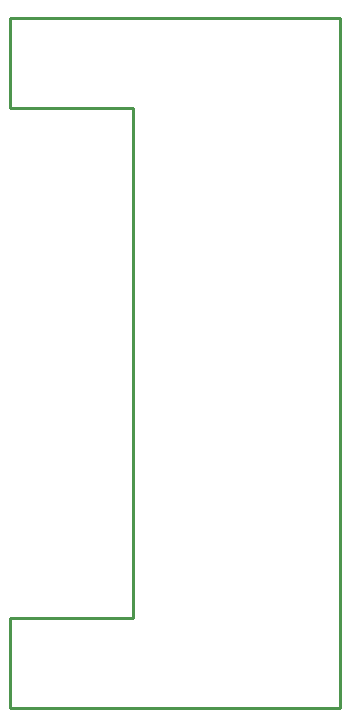
<source format=gko>
G04 Layer: BoardOutlineLayer*
G04 Panelize: , Column: 2, Row: 2, Board Size: 27.94mm x 58.42mm, Panelized Board Size: 57.88mm x 118.84mm*
G04 EasyEDA v6.5.34, 2023-08-01 23:33:27*
G04 b51b2e2071534479880d9ec3b26c503f,5a6b42c53f6a479593ecc07194224c93,10*
G04 Gerber Generator version 0.2*
G04 Scale: 100 percent, Rotated: No, Reflected: No *
G04 Dimensions in millimeters *
G04 leading zeros omitted , absolute positions ,4 integer and 5 decimal *
%FSLAX45Y45*%
%MOMM*%

%ADD10C,0.2540*%
D10*
X0Y5842000D02*
G01*
X2793994Y5841987D01*
X2793994Y0D01*
X0Y502D01*
X0Y761997D01*
X1041397Y761997D01*
X1041397Y5079989D01*
X0Y5079989D01*
X0Y5842000D01*

%LPD*%
M02*

</source>
